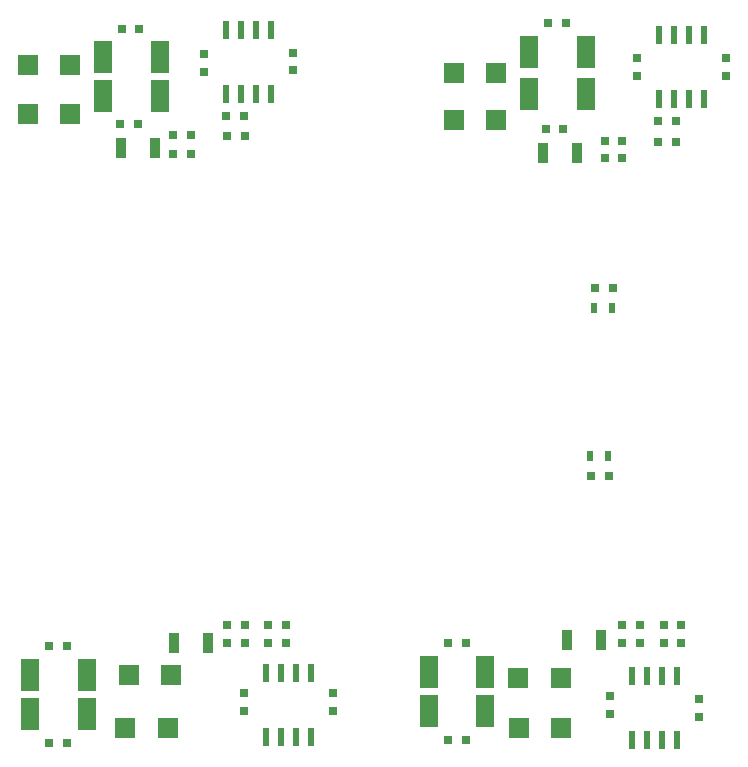
<source format=gtp>
G04 #@! TF.FileFunction,Paste,Top*
%FSLAX46Y46*%
G04 Gerber Fmt 4.6, Leading zero omitted, Abs format (unit mm)*
G04 Created by KiCad (PCBNEW 4.0.1-stable) date 27.06.2016 00:57:11*
%MOMM*%
G01*
G04 APERTURE LIST*
%ADD10C,0.100000*%
%ADD11R,1.700000X1.680000*%
%ADD12R,0.750000X0.800000*%
%ADD13R,0.800000X0.750000*%
%ADD14R,0.500000X0.900000*%
%ADD15R,1.501140X2.700020*%
%ADD16R,0.900000X1.700000*%
%ADD17R,0.600000X1.550000*%
G04 APERTURE END LIST*
D10*
D11*
X153960000Y-73750000D03*
X157540000Y-73750000D03*
D12*
X177000000Y-74000000D03*
X177000000Y-72500000D03*
X169500000Y-74000000D03*
X169500000Y-72500000D03*
D13*
X171266515Y-77815699D03*
X172766515Y-77815699D03*
D14*
X165850000Y-93700000D03*
X167350000Y-93700000D03*
X167050000Y-106200000D03*
X165550000Y-106200000D03*
D13*
X165950000Y-92000000D03*
X167450000Y-92000000D03*
X167100000Y-107900000D03*
X165600000Y-107900000D03*
D12*
X167250000Y-126500000D03*
X167250000Y-128000000D03*
X140400000Y-73550000D03*
X140400000Y-72050000D03*
X136250000Y-126250000D03*
X136250000Y-127750000D03*
X174750000Y-126750000D03*
X174750000Y-128250000D03*
X132800000Y-73650000D03*
X132800000Y-72150000D03*
X143750000Y-126250000D03*
X143750000Y-127750000D03*
D13*
X134770552Y-79131338D03*
X136270552Y-79131338D03*
X134720552Y-77431338D03*
X136220552Y-77431338D03*
D12*
X171750000Y-122000000D03*
X171750000Y-120500000D03*
X173250000Y-122000000D03*
X173250000Y-120500000D03*
D13*
X171266515Y-79565699D03*
X172766515Y-79565699D03*
D12*
X138250000Y-122000000D03*
X138250000Y-120500000D03*
X139750000Y-122000000D03*
X139750000Y-120500000D03*
D13*
X168250000Y-81000000D03*
X166750000Y-81000000D03*
X166750000Y-79500000D03*
X168250000Y-79500000D03*
X131750000Y-79000000D03*
X130250000Y-79000000D03*
X130250000Y-80600000D03*
X131750000Y-80600000D03*
D12*
X134812796Y-120535774D03*
X134812796Y-122035774D03*
X136312796Y-122035774D03*
X136312796Y-120535774D03*
X168250000Y-120500000D03*
X168250000Y-122000000D03*
X169750000Y-122000000D03*
X169750000Y-120500000D03*
D13*
X161750000Y-78500000D03*
X163250000Y-78500000D03*
X125750000Y-78100000D03*
X127250000Y-78100000D03*
X121250000Y-122250000D03*
X119750000Y-122250000D03*
X155000000Y-122000000D03*
X153500000Y-122000000D03*
X162000000Y-69500000D03*
X163500000Y-69500000D03*
X125850000Y-70000000D03*
X127350000Y-70000000D03*
X121250000Y-130500000D03*
X119750000Y-130500000D03*
X155000000Y-130250000D03*
X153500000Y-130250000D03*
D15*
X160349700Y-75500000D03*
X165150300Y-75500000D03*
X124299700Y-75700000D03*
X129100300Y-75700000D03*
X122900300Y-124750000D03*
X118099700Y-124750000D03*
X156650300Y-124500000D03*
X151849700Y-124500000D03*
D11*
X157540000Y-77750000D03*
X153960000Y-77750000D03*
X121500000Y-77200000D03*
X117920000Y-77200000D03*
X126460000Y-124750000D03*
X130040000Y-124750000D03*
X159460000Y-125000000D03*
X163040000Y-125000000D03*
D15*
X165150300Y-72000000D03*
X160349700Y-72000000D03*
X129100300Y-72400000D03*
X124299700Y-72400000D03*
X118099700Y-128000000D03*
X122900300Y-128000000D03*
X151849700Y-127750000D03*
X156650300Y-127750000D03*
D11*
X117920000Y-73100000D03*
X121500000Y-73100000D03*
X129750000Y-129250000D03*
X126170000Y-129250000D03*
X163080000Y-129250000D03*
X159500000Y-129250000D03*
D16*
X164450000Y-80500000D03*
X161550000Y-80500000D03*
X128700000Y-80100000D03*
X125800000Y-80100000D03*
X133200000Y-122000000D03*
X130300000Y-122000000D03*
X166450000Y-121750000D03*
X163550000Y-121750000D03*
D17*
X175155000Y-70550000D03*
X173885000Y-70550000D03*
X172615000Y-70550000D03*
X171345000Y-70550000D03*
X171345000Y-75950000D03*
X172615000Y-75950000D03*
X173885000Y-75950000D03*
X175155000Y-75950000D03*
X138505000Y-70100000D03*
X137235000Y-70100000D03*
X135965000Y-70100000D03*
X134695000Y-70100000D03*
X134695000Y-75500000D03*
X135965000Y-75500000D03*
X137235000Y-75500000D03*
X138505000Y-75500000D03*
X138095000Y-129950000D03*
X139365000Y-129950000D03*
X140635000Y-129950000D03*
X141905000Y-129950000D03*
X141905000Y-124550000D03*
X140635000Y-124550000D03*
X139365000Y-124550000D03*
X138095000Y-124550000D03*
X169095000Y-130200000D03*
X170365000Y-130200000D03*
X171635000Y-130200000D03*
X172905000Y-130200000D03*
X172905000Y-124800000D03*
X171635000Y-124800000D03*
X170365000Y-124800000D03*
X169095000Y-124800000D03*
M02*

</source>
